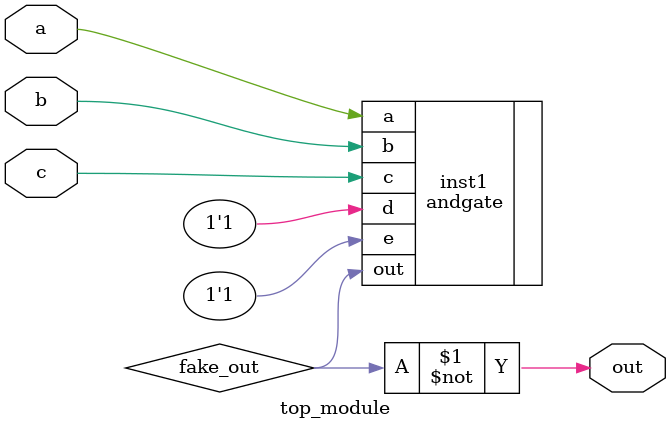
<source format=v>
module top_module(
    input  wire a,
    input  wire b,
    input  wire c,
    output wire out
    );
	
    wire fake_out;
    andgate inst1(
        .a(a),
        .b(b),
        .c(c),
        .d(1'b1),
        .e(1'b1),
        .out(fake_out)
    );
	
    assign out = ~fake_out;
    
endmodule

</source>
